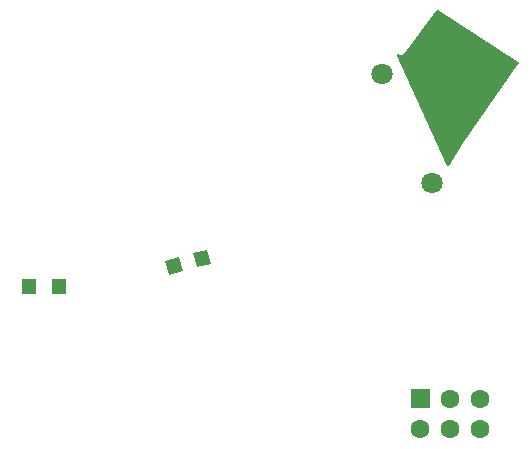
<source format=gtl>
G04 Layer: TopLayer*
G04 EasyEDA v6.1.51, Thu, 20 Jun 2019 01:18:00 GMT*
G04 13a2db1834074896a0e2ff3160756fa7,fc2bddda97e04f84aaf3dc2e9cb20b51,10*
G04 Gerber Generator version 0.2*
G04 Scale: 100 percent, Rotated: No, Reflected: No *
G04 Dimensions in millimeters *
G04 leading zeros omitted , absolute positions ,3 integer and 3 decimal *
%FSLAX33Y33*%
%MOMM*%
G90*
G71D02*

%ADD11C,1.799996*%
%ADD12C,1.599997*%

%LPD*%
G36*
G01X41713Y43185D02*
G01X41698Y43186D01*
G01X41683Y43185D01*
G01X41667Y43181D01*
G01X41653Y43175D01*
G01X41639Y43167D01*
G01X41627Y43157D01*
G01X41617Y43145D01*
G01X41615Y43143D01*
G01X41616Y43143D01*
G01X38842Y39506D01*
G01X38826Y39487D01*
G01X38808Y39470D01*
G01X38789Y39454D01*
G01X38769Y39440D01*
G01X38747Y39428D01*
G01X38725Y39418D01*
G01X38701Y39410D01*
G01X38677Y39405D01*
G01X38653Y39401D01*
G01X38628Y39400D01*
G01X38604Y39401D01*
G01X38581Y39404D01*
G01X38557Y39409D01*
G01X38535Y39417D01*
G01X38513Y39426D01*
G01X38492Y39437D01*
G01X38472Y39450D01*
G01X38453Y39464D01*
G01X38438Y39475D01*
G01X38422Y39482D01*
G01X38405Y39487D01*
G01X38387Y39489D01*
G01X38373Y39488D01*
G01X38359Y39485D01*
G01X38345Y39480D01*
G01X38332Y39473D01*
G01X38321Y39464D01*
G01X38310Y39454D01*
G01X38302Y39442D01*
G01X38295Y39429D01*
G01X38290Y39416D01*
G01X38287Y39402D01*
G01X38286Y39387D01*
G01X38288Y39366D01*
G01X38294Y39345D01*
G01X42488Y30027D01*
G01X42494Y30015D01*
G01X42503Y30003D01*
G01X42513Y29993D01*
G01X42525Y29984D01*
G01X42538Y29977D01*
G01X42551Y29972D01*
G01X42566Y29969D01*
G01X42580Y29968D01*
G01X42595Y29969D01*
G01X42609Y29972D01*
G01X42623Y29977D01*
G01X42636Y29984D01*
G01X42648Y29993D01*
G01X42658Y30004D01*
G01X42667Y30016D01*
G01X43855Y31932D01*
G01X43863Y31945D01*
G01X48547Y38635D01*
G01X48557Y38648D01*
G01X48566Y38662D01*
G01X48573Y38677D01*
G01X48577Y38694D01*
G01X48579Y38711D01*
G01X48578Y38725D01*
G01X48574Y38739D01*
G01X48569Y38753D01*
G01X48562Y38766D01*
G01X48554Y38777D01*
G01X48544Y38788D01*
G01X48532Y38796D01*
G01X41753Y43170D01*
G01X41741Y43177D01*
G01X41727Y43182D01*
G01X41713Y43185D01*
G37*

%LPD*%
G54D11*
G01X36969Y37751D03*
G01X41262Y28542D03*
G54D12*
G01X45339Y7747D03*
G01X45339Y10287D03*
G01X42799Y7747D03*
G01X42799Y10287D03*
G01X40259Y7747D03*
G36*
G01X39459Y11086D02*
G01X39459Y9487D01*
G01X41058Y9487D01*
G01X41058Y11086D01*
G01X39459Y11086D01*
G37*
G36*
G01X22518Y21737D02*
G01X22204Y22908D01*
G01X21034Y22594D01*
G01X21347Y21424D01*
G01X22518Y21737D01*
G37*
G36*
G01X20113Y21093D02*
G01X19800Y22263D01*
G01X18629Y21950D01*
G01X18943Y20779D01*
G01X20113Y21093D01*
G37*
G36*
G01X10232Y19206D02*
G01X10232Y20417D01*
G01X9020Y20417D01*
G01X9020Y19206D01*
G01X10232Y19206D01*
G37*
G36*
G01X7743Y19206D02*
G01X7743Y20417D01*
G01X6531Y20417D01*
G01X6531Y19206D01*
G01X7743Y19206D01*
G37*
M00*
M02*

</source>
